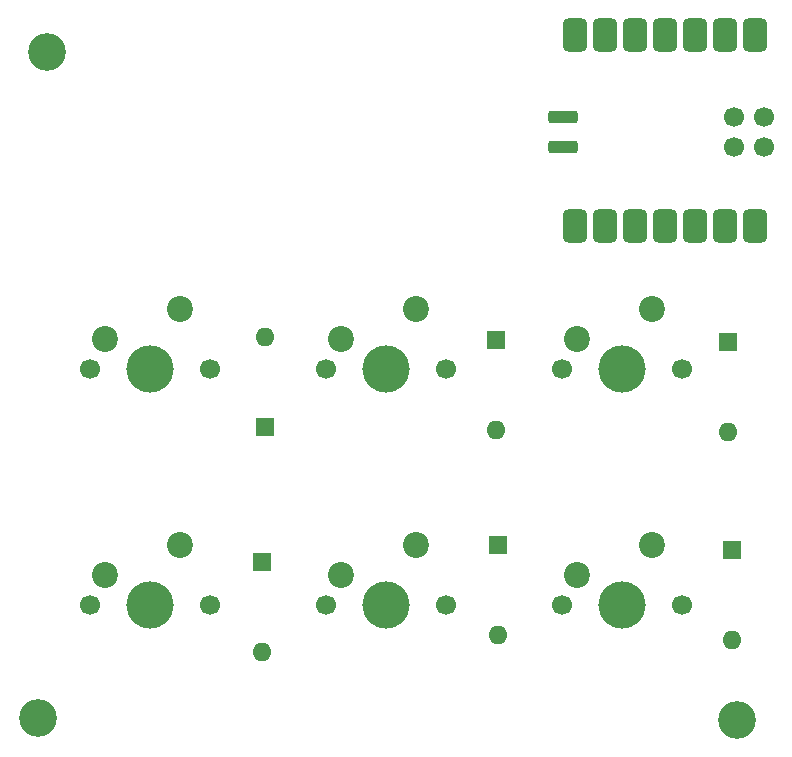
<source format=gbr>
%TF.GenerationSoftware,KiCad,Pcbnew,9.0.1*%
%TF.CreationDate,2025-07-05T23:22:53+10:00*%
%TF.ProjectId,macropad,6d616372-6f70-4616-942e-6b696361645f,rev?*%
%TF.SameCoordinates,Original*%
%TF.FileFunction,Soldermask,Top*%
%TF.FilePolarity,Negative*%
%FSLAX46Y46*%
G04 Gerber Fmt 4.6, Leading zero omitted, Abs format (unit mm)*
G04 Created by KiCad (PCBNEW 9.0.1) date 2025-07-05 23:22:53*
%MOMM*%
%LPD*%
G01*
G04 APERTURE LIST*
G04 Aperture macros list*
%AMRoundRect*
0 Rectangle with rounded corners*
0 $1 Rounding radius*
0 $2 $3 $4 $5 $6 $7 $8 $9 X,Y pos of 4 corners*
0 Add a 4 corners polygon primitive as box body*
4,1,4,$2,$3,$4,$5,$6,$7,$8,$9,$2,$3,0*
0 Add four circle primitives for the rounded corners*
1,1,$1+$1,$2,$3*
1,1,$1+$1,$4,$5*
1,1,$1+$1,$6,$7*
1,1,$1+$1,$8,$9*
0 Add four rect primitives between the rounded corners*
20,1,$1+$1,$2,$3,$4,$5,0*
20,1,$1+$1,$4,$5,$6,$7,0*
20,1,$1+$1,$6,$7,$8,$9,0*
20,1,$1+$1,$8,$9,$2,$3,0*%
G04 Aperture macros list end*
%ADD10C,3.200000*%
%ADD11O,1.600000X1.600000*%
%ADD12R,1.600000X1.600000*%
%ADD13C,2.200000*%
%ADD14C,1.700000*%
%ADD15C,4.000000*%
%ADD16RoundRect,0.525400X-0.525400X0.900400X-0.525400X-0.900400X0.525400X-0.900400X0.525400X0.900400X0*%
%ADD17RoundRect,0.275000X0.975000X0.275000X-0.975000X0.275000X-0.975000X-0.275000X0.975000X-0.275000X0*%
G04 APERTURE END LIST*
D10*
%TO.C,REF\u002A\u002A*%
X97200000Y-84800000D03*
%TD*%
%TO.C,REF\u002A\u002A*%
X38000000Y-84600000D03*
%TD*%
%TO.C,REF\u002A\u002A*%
X38800000Y-28200000D03*
%TD*%
D11*
%TO.C,D1*%
X57200000Y-52390000D03*
D12*
X57200000Y-60010000D03*
%TD*%
D13*
%TO.C,SW1*%
X43650000Y-52540000D03*
X50000000Y-50000000D03*
D14*
X52540000Y-55080000D03*
D15*
X47460000Y-55080000D03*
D14*
X42380000Y-55080000D03*
%TD*%
%TO.C,SW6*%
X82380000Y-75080000D03*
D15*
X87460000Y-75080000D03*
D14*
X92540000Y-75080000D03*
D13*
X90000000Y-70000000D03*
X83650000Y-72540000D03*
%TD*%
D14*
%TO.C,SW5*%
X82380000Y-55080000D03*
D15*
X87460000Y-55080000D03*
D14*
X92540000Y-55080000D03*
D13*
X90000000Y-50000000D03*
X83650000Y-52540000D03*
%TD*%
D14*
%TO.C,SW4*%
X62380000Y-75080000D03*
D15*
X67460000Y-75080000D03*
D14*
X72540000Y-75080000D03*
D13*
X70000000Y-70000000D03*
X63650000Y-72540000D03*
%TD*%
D14*
%TO.C,SW3*%
X62380000Y-55080000D03*
D15*
X67460000Y-55080000D03*
D14*
X72540000Y-55080000D03*
D13*
X70000000Y-50000000D03*
X63650000Y-52540000D03*
%TD*%
D14*
%TO.C,SW2*%
X42380000Y-75080000D03*
D15*
X47460000Y-75080000D03*
D14*
X52540000Y-75080000D03*
D13*
X50000000Y-70000000D03*
X43650000Y-72540000D03*
%TD*%
D12*
%TO.C,D6*%
X96800000Y-70390000D03*
D11*
X96800000Y-78010000D03*
%TD*%
D12*
%TO.C,D5*%
X96400000Y-52790000D03*
D11*
X96400000Y-60410000D03*
%TD*%
D12*
%TO.C,D4*%
X77000000Y-69990000D03*
D11*
X77000000Y-77610000D03*
%TD*%
D12*
%TO.C,D3*%
X76800000Y-52600000D03*
D11*
X76800000Y-60220000D03*
%TD*%
D12*
%TO.C,D2*%
X57000000Y-71390000D03*
D11*
X57000000Y-79010000D03*
%TD*%
D16*
%TO.C,U1*%
X98689750Y-26804500D03*
X96149750Y-26804500D03*
X93609750Y-26804500D03*
X91069750Y-26804500D03*
X88529750Y-26804500D03*
X85989750Y-26804500D03*
X83449750Y-26804500D03*
X83449750Y-42969500D03*
X85989750Y-42969500D03*
X88529750Y-42969500D03*
X91069750Y-42969500D03*
X93609750Y-42969500D03*
X96149750Y-42969500D03*
X98689750Y-42969500D03*
D17*
X82429750Y-33716500D03*
X82429750Y-36256500D03*
D14*
X99447750Y-33716500D03*
X99447750Y-36256500D03*
X96907750Y-33716500D03*
X96907750Y-36256500D03*
%TD*%
M02*

</source>
